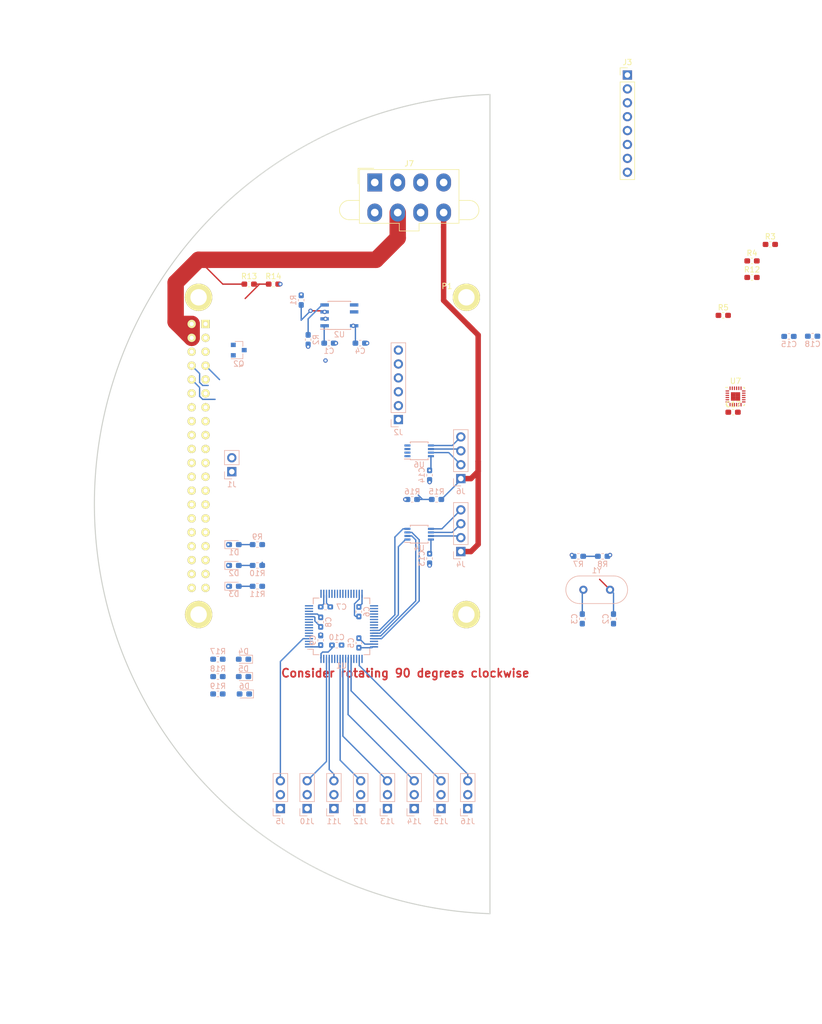
<source format=kicad_pcb>
(kicad_pcb (version 20171130) (host pcbnew "(5.0.0)")
  (layers (0 F.Cu signal) (1 In1.Cu signal) (2 In2.Cu signal) (31 B.Cu signal) (34 B.Paste user) (35 F.Paste user) (36 B.SilkS user) (37 F.SilkS user) (38 B.Mask user) (39 F.Mask user) (44 Edge.Cuts user))
  (net 0 "")
  (net 1 GND)
  (net 2 +3V3)
  (net 3 "Net-(C1-Pad1)")
  (net 4 "Net-(C2-Pad1)")
  (net 5 "Net-(C3-Pad1)")
  (net 6 "Net-(C15-Pad1)")
  (net 7 "Net-(J1-Pad2)")
  (net 8 /SWCLK)
  (net 9 /SWDIO)
  (net 10 /NRST)
  (net 11 /JTDO)
  (net 12 +48V)
  (net 13 "Net-(J3-Pad2)")
  (net 14 "Net-(J3-Pad4)")
  (net 15 "Net-(J3-Pad6)")
  (net 16 "Net-(J3-Pad8)")
  (net 17 "Net-(J4-Pad3)")
  (net 18 "Net-(J4-Pad2)")
  (net 19 "Net-(J5-Pad2)")
  (net 20 "Net-(J6-Pad2)")
  (net 21 "Net-(J6-Pad3)")
  (net 22 "Net-(J10-Pad2)")
  (net 23 "Net-(J11-Pad2)")
  (net 24 "Net-(J12-Pad2)")
  (net 25 "Net-(J13-Pad2)")
  (net 26 "Net-(J14-Pad2)")
  (net 27 "Net-(J15-Pad2)")
  (net 28 "Net-(J16-Pad2)")
  (net 29 /STM_RESET)
  (net 30 /HIH_SCL)
  (net 31 /HIH_SDA)
  (net 32 /SWITCH_A)
  (net 33 /SWITCH_B)
  (net 34 /SWITCH_C)
  (net 35 /3.3V_MEASURE)
  (net 36 "Net-(R9-Pad1)")
  (net 37 "Net-(D1-Pad2)")
  (net 38 "Net-(R10-Pad2)")
  (net 39 "Net-(D2-Pad2)")
  (net 40 "Net-(D3-Pad2)")
  (net 41 "Net-(R11-Pad2)")
  (net 42 /SWITCH_D)
  (net 43 /5V_MEASURE)
  (net 44 +5V)
  (net 45 /48V_MEASURE)
  (net 46 "Net-(P1-Pad33)")
  (net 47 "Net-(D4-Pad2)")
  (net 48 "Net-(D5-Pad2)")
  (net 49 "Net-(P1-Pad35)")
  (net 50 "Net-(P1-Pad37)")
  (net 51 "Net-(D6-Pad2)")
  (net 52 /MISC_RE)
  (net 53 /MISC_DE)
  (net 54 /CURRENT_MEASURE)
  (net 55 /ODROID_RX)
  (net 56 /ODROID_TX)
  (net 57 "Net-(U1-Pad21)")
  (net 58 "Net-(U1-Pad22)")
  (net 59 "Net-(U1-Pad23)")
  (net 60 "Net-(U1-Pad25)")
  (net 61 "Net-(U1-Pad30)")
  (net 62 "Net-(U1-Pad39)")
  (net 63 /ICM_SDA)
  (net 64 /ICM_SCL)
  (net 65 /SENSOR_TX)
  (net 66 /SENSOR_RX)
  (net 67 /SENSOR_RE)
  (net 68 /SENSOR_DE)
  (net 69 /MISC_TX)
  (net 70 /MISC_RX)
  (net 71 /USART1_TX)
  (net 72 /USART1_RX)
  (net 73 "Net-(U1-Pad60)")
  (net 74 "Net-(U2-Pad5)")
  (net 75 "Net-(U2-Pad6)")
  (net 76 "Net-(P1-Pad1)")
  (net 77 "Net-(P1-Pad3)")
  (net 78 "Net-(P1-Pad5)")
  (net 79 "Net-(P1-Pad11)")
  (net 80 "Net-(P1-Pad12)")
  (net 81 "Net-(P1-Pad13)")
  (net 82 "Net-(P1-Pad15)")
  (net 83 "Net-(P1-Pad16)")
  (net 84 "Net-(P1-Pad17)")
  (net 85 "Net-(P1-Pad18)")
  (net 86 "Net-(P1-Pad19)")
  (net 87 "Net-(P1-Pad21)")
  (net 88 "Net-(P1-Pad22)")
  (net 89 "Net-(P1-Pad23)")
  (net 90 "Net-(P1-Pad24)")
  (net 91 "Net-(P1-Pad26)")
  (net 92 "Net-(P1-Pad27)")
  (net 93 "Net-(P1-Pad28)")
  (net 94 "Net-(P1-Pad29)")
  (net 95 "Net-(P1-Pad31)")
  (net 96 "Net-(P1-Pad32)")
  (net 97 "Net-(P1-Pad36)")
  (net 98 "Net-(P1-Pad38)")
  (net 99 "Net-(P1-Pad40)")
  (net 100 "Net-(U7-Pad7)")
  (net 101 "Net-(U7-Pad11)")
  (net 102 "Net-(U7-Pad12)")
  (net 103 "Net-(U7-Pad19)")
  (net 104 "Net-(U7-Pad21)")
  (net 105 +24V)
  (net 106 /MOTOR_1)
  (net 107 /MOTOR_2)
  (net 108 /MOTOR_3)
  (net 109 /MOTOR_4)
  (net 110 /MOTOR_5)
  (net 111 /MOTOR_6)
  (net 112 /MOTOR_7)
  (net 113 /MOTOR_8)
  (net 114 "Net-(U1-Pad29)")
  (net 115 "Net-(U1-Pad33)")
  (net 116 "Net-(U1-Pad34)")
  (net 117 "Net-(U1-Pad35)")
  (net 118 "Net-(U1-Pad36)")
  (net 119 "Net-(U1-Pad28)")
  (module Package_SO:TSSOP-8_3x3mm_P0.65mm (layer B.Cu) (at 90.17 84.455)
    (fp_text reference U6 (at 0 2.55) (layer B.SilkS) (effects (justify mirror)))
    (fp_text value ADM3061)
    (pad 8 smd rect (at 2.15 0.975) (size 1.1 0.4) (layers B.Cu B.Paste B.Mask) (net 2 +3V3))
    (pad 7 smd rect (at 2.15 0.325) (size 1.1 0.4) (layers B.Cu B.Paste B.Mask) (net 20 "Net-(J6-Pad2)"))
    (pad 6 smd rect (at 2.15 -0.325) (size 1.1 0.4) (layers B.Cu B.Paste B.Mask) (net 21 "Net-(J6-Pad3)"))
    (pad 5 smd rect (at 2.15 -0.975) (size 1.1 0.4) (layers B.Cu B.Paste B.Mask) (net 1 GND))
    (pad 4 smd rect (at -2.15 -0.975) (size 1.1 0.4) (layers B.Cu B.Paste B.Mask) (net 69 /MISC_TX))
    (pad 3 smd rect (at -2.15 -0.325) (size 1.1 0.4) (layers B.Cu B.Paste B.Mask) (net 53 /MISC_DE))
    (pad 2 smd rect (at -2.15 0.325) (size 1.1 0.4) (layers B.Cu B.Paste B.Mask) (net 52 /MISC_RE))
    (pad 1 smd rect (at -2.15 0.975) (size 1.1 0.4) (layers B.Cu B.Paste B.Mask) (net 70 /MISC_RX))
  )
  (module Capacitor_SMD:C_0603_1608Metric_Pad1.05x0.95mm_HandSolder (layer B.Cu) (at 72.148109 119.099942 270)
    (fp_text reference C9 (at 0 1.43 270) (layer B.SilkS) (effects (justify mirror)))
    (fp_text value 100nF)
    (pad 1 smd roundrect (at -0.875 0 270) (size 1.05 0.95) (layers B.Cu B.Paste B.Mask) (net 1 GND))
    (pad 2 smd roundrect (at 0.875 0 270) (size 1.05 0.95) (layers B.Cu B.Paste B.Mask) (net 2 +3V3))
  )
  (module Capacitor_SMD:C_0603_1608Metric_Pad1.05x0.95mm_HandSolder (layer B.Cu) (at 79.133109 119.579942 270)
    (fp_text reference C5 (at 0 1.43 270) (layer B.SilkS) (effects (justify mirror)))
    (fp_text value 100nF)
    (pad 1 smd roundrect (at -0.875 0 270) (size 1.05 0.95) (layers B.Cu B.Paste B.Mask) (net 1 GND))
    (pad 2 smd roundrect (at 0.875 0 270) (size 1.05 0.95) (layers B.Cu B.Paste B.Mask) (net 2 +3V3))
  )
  (module Capacitor_SMD:C_0603_1608Metric_Pad1.05x0.95mm_HandSolder (layer B.Cu) (at 79.133109 113.864942 90)
    (fp_text reference C6 (at 0 1.43 90) (layer B.SilkS) (effects (justify mirror)))
    (fp_text value 100nF)
    (pad 2 smd roundrect (at 0.875 0 90) (size 1.05 0.95) (layers B.Cu B.Paste B.Mask) (net 2 +3V3))
    (pad 1 smd roundrect (at -0.875 0 90) (size 1.05 0.95) (layers B.Cu B.Paste B.Mask) (net 1 GND))
  )
  (module Capacitor_SMD:C_0603_1608Metric_Pad1.05x0.95mm_HandSolder (layer B.Cu) (at 73.023109 112.989942)
    (fp_text reference C7 (at 2.935 0) (layer B.SilkS) (effects (justify mirror)))
    (fp_text value 100nF)
    (pad 1 smd roundrect (at -0.875 0) (size 1.05 0.95) (layers B.Cu B.Paste B.Mask) (net 1 GND))
    (pad 2 smd roundrect (at 0.875 0) (size 1.05 0.95) (layers B.Cu B.Paste B.Mask) (net 2 +3V3))
  )
  (module Capacitor_SMD:C_0603_1608Metric_Pad1.05x0.95mm_HandSolder (layer B.Cu) (at 72.148109 115.769942 90)
    (fp_text reference C8 (at 0 1.43 90) (layer B.SilkS) (effects (justify mirror)))
    (fp_text value 100nF)
    (pad 2 smd roundrect (at 0.875 0 90) (size 1.05 0.95) (layers B.Cu B.Paste B.Mask) (net 2 +3V3))
    (pad 1 smd roundrect (at -0.875 0 90) (size 1.05 0.95) (layers B.Cu B.Paste B.Mask) (net 1 GND))
  )
  (module Capacitor_SMD:C_0603_1608Metric_Pad1.05x0.95mm_HandSolder (layer B.Cu) (at 75.083109 119.974942 180)
    (fp_text reference C10 (at 0 1.43 180) (layer B.SilkS) (effects (justify mirror)))
    (fp_text value 100nF)
    (pad 1 smd roundrect (at -0.875 0 180) (size 1.05 0.95) (layers B.Cu B.Paste B.Mask) (net 1 GND))
    (pad 2 smd roundrect (at 0.875 0 180) (size 1.05 0.95) (layers B.Cu B.Paste B.Mask) (net 2 +3V3))
  )
  (module Capacitor_SMD:C_0603_1608Metric_Pad1.05x0.95mm_HandSolder (layer B.Cu) (at 92.075 104.14 270)
    (fp_text reference C13 (at 0 1.43 270) (layer B.SilkS) (effects (justify mirror)))
    (fp_text value 1uF)
    (pad 1 smd roundrect (at -0.875 0 270) (size 1.05 0.95) (layers B.Cu B.Paste B.Mask) (net 2 +3V3))
    (pad 2 smd roundrect (at 0.875 0 270) (size 1.05 0.95) (layers B.Cu B.Paste B.Mask) (net 1 GND))
  )
  (module Capacitor_SMD:C_0603_1608Metric_Pad1.05x0.95mm_HandSolder (layer B.Cu) (at 92.075 88.9 270)
    (fp_text reference C14 (at 0 1.43 270) (layer B.SilkS) (effects (justify mirror)))
    (fp_text value 1uF)
    (pad 2 smd roundrect (at 0.875 0 270) (size 1.05 0.95) (layers B.Cu B.Paste B.Mask) (net 1 GND))
    (pad 1 smd roundrect (at -0.875 0 270) (size 1.05 0.95) (layers B.Cu B.Paste B.Mask) (net 2 +3V3))
  )
  (module Connector_PinHeader_2.54mm:PinHeader_1x02_P2.54mm_Vertical (layer B.Cu) (at 55.88 88.265)
    (fp_text reference J1 (at 0 2.33) (layer B.SilkS) (effects (justify mirror)))
    (fp_text value analog_extra)
    (pad 1 thru_hole rect (at 0 0) (size 1.7 1.7) (drill 1) (layers *.Cu *.Mask) (net 1 GND))
    (pad 2 thru_hole oval (at 0 -2.54) (size 1.7 1.7) (drill 1) (layers *.Cu *.Mask) (net 7 "Net-(J1-Pad2)"))
  )
  (module Connector_PinHeader_2.54mm:PinHeader_1x06_P2.54mm_Vertical (layer B.Cu) (at 86.36 78.74)
    (fp_text reference J2 (at 0 2.33) (layer B.SilkS) (effects (justify mirror)))
    (fp_text value Programming_Header)
    (pad 1 thru_hole rect (at 0 0) (size 1.7 1.7) (drill 1) (layers *.Cu *.Mask) (net 2 +3V3))
    (pad 2 thru_hole oval (at 0 -2.54) (size 1.7 1.7) (drill 1) (layers *.Cu *.Mask) (net 8 /SWCLK))
    (pad 3 thru_hole oval (at 0 -5.08) (size 1.7 1.7) (drill 1) (layers *.Cu *.Mask) (net 1 GND))
    (pad 4 thru_hole oval (at 0 -7.62) (size 1.7 1.7) (drill 1) (layers *.Cu *.Mask) (net 9 /SWDIO))
    (pad 5 thru_hole oval (at 0 -10.16) (size 1.7 1.7) (drill 1) (layers *.Cu *.Mask) (net 10 /NRST))
    (pad 6 thru_hole oval (at 0 -12.7) (size 1.7 1.7) (drill 1) (layers *.Cu *.Mask) (net 11 /JTDO))
  )
  (module Connector_PinHeader_2.54mm:PinHeader_1x08_P2.54mm_Vertical (layer F.Cu) (at 128.27 15.748)
    (fp_text reference J3 (at 0 -2.33) (layer F.SilkS))
    (fp_text value Conn_01x08)
    (pad 1 thru_hole rect (at 0 0) (size 1.7 1.7) (drill 1) (layers *.Cu *.Mask) (net 12 +48V))
    (pad 2 thru_hole oval (at 0 2.54) (size 1.7 1.7) (drill 1) (layers *.Cu *.Mask) (net 13 "Net-(J3-Pad2)"))
    (pad 3 thru_hole oval (at 0 5.08) (size 1.7 1.7) (drill 1) (layers *.Cu *.Mask) (net 12 +48V))
    (pad 4 thru_hole oval (at 0 7.62) (size 1.7 1.7) (drill 1) (layers *.Cu *.Mask) (net 14 "Net-(J3-Pad4)"))
    (pad 5 thru_hole oval (at 0 10.16) (size 1.7 1.7) (drill 1) (layers *.Cu *.Mask) (net 12 +48V))
    (pad 6 thru_hole oval (at 0 12.7) (size 1.7 1.7) (drill 1) (layers *.Cu *.Mask) (net 15 "Net-(J3-Pad6)"))
    (pad 7 thru_hole oval (at 0 15.24) (size 1.7 1.7) (drill 1) (layers *.Cu *.Mask) (net 12 +48V))
    (pad 8 thru_hole oval (at 0 17.78) (size 1.7 1.7) (drill 1) (layers *.Cu *.Mask) (net 16 "Net-(J3-Pad8)"))
  )
  (module Connector_PinHeader_2.54mm:PinHeader_1x04_P2.54mm_Vertical (layer B.Cu) (at 97.79 102.87)
    (fp_text reference J4 (at 0 2.33) (layer B.SilkS) (effects (justify mirror)))
    (fp_text value datamate_sensors)
    (pad 4 thru_hole oval (at 0 -7.62) (size 1.7 1.7) (drill 1) (layers *.Cu *.Mask) (net 1 GND))
    (pad 3 thru_hole oval (at 0 -5.08) (size 1.7 1.7) (drill 1) (layers *.Cu *.Mask) (net 17 "Net-(J4-Pad3)"))
    (pad 2 thru_hole oval (at 0 -2.54) (size 1.7 1.7) (drill 1) (layers *.Cu *.Mask) (net 18 "Net-(J4-Pad2)"))
    (pad 1 thru_hole rect (at 0 0) (size 1.7 1.7) (drill 1) (layers *.Cu *.Mask) (net 12 +48V))
  )
  (module Connector_PinHeader_2.54mm:PinHeader_1x03_P2.54mm_Vertical (layer B.Cu) (at 64.77 149.86)
    (fp_text reference J5 (at 0 2.33) (layer B.SilkS) (effects (justify mirror)))
    (fp_text value Motor_1)
    (pad 1 thru_hole rect (at 0 0) (size 1.7 1.7) (drill 1) (layers *.Cu *.Mask) (net 1 GND))
    (pad 2 thru_hole oval (at 0 -2.54) (size 1.7 1.7) (drill 1) (layers *.Cu *.Mask) (net 19 "Net-(J5-Pad2)"))
    (pad 3 thru_hole oval (at 0 -5.08) (size 1.7 1.7) (drill 1) (layers *.Cu *.Mask) (net 106 /MOTOR_1))
  )
  (module Connector_PinHeader_2.54mm:PinHeader_1x04_P2.54mm_Vertical (layer B.Cu) (at 97.79 89.535)
    (fp_text reference J6 (at 0 2.33) (layer B.SilkS) (effects (justify mirror)))
    (fp_text value datamate_misc)
    (pad 1 thru_hole rect (at 0 0) (size 1.7 1.7) (drill 1) (layers *.Cu *.Mask) (net 12 +48V))
    (pad 2 thru_hole oval (at 0 -2.54) (size 1.7 1.7) (drill 1) (layers *.Cu *.Mask) (net 20 "Net-(J6-Pad2)"))
    (pad 3 thru_hole oval (at 0 -5.08) (size 1.7 1.7) (drill 1) (layers *.Cu *.Mask) (net 21 "Net-(J6-Pad3)"))
    (pad 4 thru_hole oval (at 0 -7.62) (size 1.7 1.7) (drill 1) (layers *.Cu *.Mask) (net 1 GND))
  )
  (module Connector_PinHeader_2.54mm:PinHeader_1x03_P2.54mm_Vertical (layer B.Cu) (at 69.668571 149.86)
    (fp_text reference J10 (at 0 2.33) (layer B.SilkS) (effects (justify mirror)))
    (fp_text value Motor_2)
    (pad 3 thru_hole oval (at 0 -5.08) (size 1.7 1.7) (drill 1) (layers *.Cu *.Mask) (net 107 /MOTOR_2))
    (pad 2 thru_hole oval (at 0 -2.54) (size 1.7 1.7) (drill 1) (layers *.Cu *.Mask) (net 22 "Net-(J10-Pad2)"))
    (pad 1 thru_hole rect (at 0 0) (size 1.7 1.7) (drill 1) (layers *.Cu *.Mask) (net 1 GND))
  )
  (module Connector_PinHeader_2.54mm:PinHeader_1x03_P2.54mm_Vertical (layer B.Cu) (at 74.567142 149.86)
    (fp_text reference J11 (at 0 2.33) (layer B.SilkS) (effects (justify mirror)))
    (fp_text value Motor_3)
    (pad 3 thru_hole oval (at 0 -5.08) (size 1.7 1.7) (drill 1) (layers *.Cu *.Mask) (net 108 /MOTOR_3))
    (pad 2 thru_hole oval (at 0 -2.54) (size 1.7 1.7) (drill 1) (layers *.Cu *.Mask) (net 23 "Net-(J11-Pad2)"))
    (pad 1 thru_hole rect (at 0 0) (size 1.7 1.7) (drill 1) (layers *.Cu *.Mask) (net 1 GND))
  )
  (module Connector_PinHeader_2.54mm:PinHeader_1x03_P2.54mm_Vertical (layer B.Cu) (at 79.465713 149.86)
    (fp_text reference J12 (at 0 2.33) (layer B.SilkS) (effects (justify mirror)))
    (fp_text value Motor_4)
    (pad 1 thru_hole rect (at 0 0) (size 1.7 1.7) (drill 1) (layers *.Cu *.Mask) (net 1 GND))
    (pad 2 thru_hole oval (at 0 -2.54) (size 1.7 1.7) (drill 1) (layers *.Cu *.Mask) (net 24 "Net-(J12-Pad2)"))
    (pad 3 thru_hole oval (at 0 -5.08) (size 1.7 1.7) (drill 1) (layers *.Cu *.Mask) (net 109 /MOTOR_4))
  )
  (module Connector_PinHeader_2.54mm:PinHeader_1x03_P2.54mm_Vertical (layer B.Cu) (at 84.364284 149.86)
    (fp_text reference J13 (at 0 2.33) (layer B.SilkS) (effects (justify mirror)))
    (fp_text value Motor_5)
    (pad 3 thru_hole oval (at 0 -5.08) (size 1.7 1.7) (drill 1) (layers *.Cu *.Mask) (net 110 /MOTOR_5))
    (pad 2 thru_hole oval (at 0 -2.54) (size 1.7 1.7) (drill 1) (layers *.Cu *.Mask) (net 25 "Net-(J13-Pad2)"))
    (pad 1 thru_hole rect (at 0 0) (size 1.7 1.7) (drill 1) (layers *.Cu *.Mask) (net 1 GND))
  )
  (module Connector_PinHeader_2.54mm:PinHeader_1x03_P2.54mm_Vertical (layer B.Cu) (at 89.262855 149.86)
    (fp_text reference J14 (at 0 2.33) (layer B.SilkS) (effects (justify mirror)))
    (fp_text value Motor_6)
    (pad 1 thru_hole rect (at 0 0) (size 1.7 1.7) (drill 1) (layers *.Cu *.Mask) (net 1 GND))
    (pad 2 thru_hole oval (at 0 -2.54) (size 1.7 1.7) (drill 1) (layers *.Cu *.Mask) (net 26 "Net-(J14-Pad2)"))
    (pad 3 thru_hole oval (at 0 -5.08) (size 1.7 1.7) (drill 1) (layers *.Cu *.Mask) (net 111 /MOTOR_6))
  )
  (module Connector_PinHeader_2.54mm:PinHeader_1x03_P2.54mm_Vertical (layer B.Cu) (at 94.161426 149.86)
    (fp_text reference J15 (at 0 2.33) (layer B.SilkS) (effects (justify mirror)))
    (fp_text value Motor_7)
    (pad 3 thru_hole oval (at 0 -5.08) (size 1.7 1.7) (drill 1) (layers *.Cu *.Mask) (net 112 /MOTOR_7))
    (pad 2 thru_hole oval (at 0 -2.54) (size 1.7 1.7) (drill 1) (layers *.Cu *.Mask) (net 27 "Net-(J15-Pad2)"))
    (pad 1 thru_hole rect (at 0 0) (size 1.7 1.7) (drill 1) (layers *.Cu *.Mask) (net 1 GND))
  )
  (module Connector_PinHeader_2.54mm:PinHeader_1x03_P2.54mm_Vertical (layer B.Cu) (at 99.06 149.86)
    (fp_text reference J16 (at 0 2.33) (layer B.SilkS) (effects (justify mirror)))
    (fp_text value Motor_8)
    (pad 1 thru_hole rect (at 0 0) (size 1.7 1.7) (drill 1) (layers *.Cu *.Mask) (net 1 GND))
    (pad 2 thru_hole oval (at 0 -2.54) (size 1.7 1.7) (drill 1) (layers *.Cu *.Mask) (net 28 "Net-(J16-Pad2)"))
    (pad 3 thru_hole oval (at 0 -5.08) (size 1.7 1.7) (drill 1) (layers *.Cu *.Mask) (net 113 /MOTOR_8))
  )
  (module Package_TO_SOT_SMD:SOT-23 (layer B.Cu) (at 57.15 66.04)
    (fp_text reference Q2 (at 0 2.5) (layer B.SilkS) (effects (justify mirror)))
    (fp_text value DTC114E)
    (pad 1 smd rect (at -1 0.95) (size 0.9 0.8) (layers B.Cu B.Paste B.Mask) (net 29 /STM_RESET))
    (pad 2 smd rect (at -1 -0.95) (size 0.9 0.8) (layers B.Cu B.Paste B.Mask) (net 1 GND))
    (pad 3 smd rect (at 1 0) (size 0.9 0.8) (layers B.Cu B.Paste B.Mask) (net 10 /NRST))
  )
  (module Package_SO:SOIC-8-N7_3.9x4.9mm_P1.27mm (layer B.Cu) (at 75.565 59.69)
    (fp_text reference U2 (at 0 3.5) (layer B.SilkS) (effects (justify mirror)))
    (fp_text value HIH6031)
    (pad 1 smd rect (at -2.7 1.905) (size 1.55 0.6) (layers B.Cu B.Paste B.Mask) (net 3 "Net-(C1-Pad1)"))
    (pad 2 smd rect (at -2.7 0.635) (size 1.55 0.6) (layers B.Cu B.Paste B.Mask) (net 1 GND))
    (pad 3 smd rect (at -2.7 -0.635) (size 1.55 0.6) (layers B.Cu B.Paste B.Mask) (net 30 /HIH_SCL))
    (pad 4 smd rect (at -2.7 -1.905) (size 1.55 0.6) (layers B.Cu B.Paste B.Mask) (net 31 /HIH_SDA))
    (pad 5 smd rect (at 2.7 -1.905) (size 1.55 0.6) (layers B.Cu B.Paste B.Mask) (net 74 "Net-(U2-Pad5)"))
    (pad 6 smd rect (at 2.7 -0.635) (size 1.55 0.6) (layers B.Cu B.Paste B.Mask) (net 75 "Net-(U2-Pad6)"))
    (pad 8 smd rect (at 2.7 1.905) (size 1.55 0.6) (layers B.Cu B.Paste B.Mask) (net 2 +3V3))
  )
  (module Package_SO:TSSOP-8_3x3mm_P0.65mm (layer B.Cu) (at 90.17 99.695)
    (fp_text reference U4 (at 0 2.55) (layer B.SilkS) (effects (justify mirror)))
    (fp_text value ADM3061)
    (pad 1 smd rect (at -2.15 0.975) (size 1.1 0.4) (layers B.Cu B.Paste B.Mask) (net 66 /SENSOR_RX))
    (pad 2 smd rect (at -2.15 0.325) (size 1.1 0.4) (layers B.Cu B.Paste B.Mask) (net 67 /SENSOR_RE))
    (pad 3 smd rect (at -2.15 -0.325) (size 1.1 0.4) (layers B.Cu B.Paste B.Mask) (net 68 /SENSOR_DE))
    (pad 4 smd rect (at -2.15 -0.975) (size 1.1 0.4) (layers B.Cu B.Paste B.Mask) (net 65 /SENSOR_TX))
    (pad 5 smd rect (at 2.15 -0.975) (size 1.1 0.4) (layers B.Cu B.Paste B.Mask) (net 1 GND))
    (pad 6 smd rect (at 2.15 -0.325) (size 1.1 0.4) (layers B.Cu B.Paste B.Mask) (net 17 "Net-(J4-Pad3)"))
    (pad 7 smd rect (at 2.15 0.325) (size 1.1 0.4) (layers B.Cu B.Paste B.Mask) (net 18 "Net-(J4-Pad2)"))
    (pad 8 smd rect (at 2.15 0.975) (size 1.1 0.4) (layers B.Cu B.Paste B.Mask) (net 2 +3V3))
  )
  (module footprints:ODROID-C2 (layer F.Cu) (at 98.806 56.388 270)
    (fp_text reference P1 (at -2.032 3.556) (layer F.SilkS))
    (fp_text value ODROID-C2)
    (pad "" thru_hole circle (at 58 0 90) (size 5 5) (drill 3) (layers *.Cu *.Mask F.SilkS))
    (pad "" thru_hole circle (at 0 0 90) (size 5 5) (drill 3) (layers *.Cu *.Mask F.SilkS))
    (pad "" thru_hole circle (at 0 49 90) (size 5 5) (drill 3) (layers *.Cu *.Mask F.SilkS))
    (pad "" thru_hole circle (at 58 49 90) (size 5 5) (drill 3) (layers *.Cu *.Mask F.SilkS))
    (pad 1 thru_hole rect (at 4.87 47.73 90) (size 1.524 1.524) (drill 0.762) (layers *.Cu *.Mask F.SilkS) (net 76 "Net-(P1-Pad1)"))
    (pad 2 thru_hole circle (at 4.87 50.27 90) (size 1.524 1.524) (drill 0.762) (layers *.Cu *.Mask F.SilkS) (net 44 +5V))
    (pad 3 thru_hole circle (at 7.41 47.73 90) (size 1.524 1.524) (drill 0.762) (layers *.Cu *.Mask F.SilkS) (net 77 "Net-(P1-Pad3)"))
    (pad 4 thru_hole circle (at 7.41 50.27 90) (size 1.524 1.524) (drill 0.762) (layers *.Cu *.Mask F.SilkS) (net 44 +5V))
    (pad 5 thru_hole circle (at 9.95 47.73 90) (size 1.524 1.524) (drill 0.762) (layers *.Cu *.Mask F.SilkS) (net 78 "Net-(P1-Pad5)"))
    (pad 6 thru_hole circle (at 9.95 50.27 90) (size 1.524 1.524) (drill 0.762) (layers *.Cu *.Mask F.SilkS) (net 1 GND))
    (pad 7 thru_hole circle (at 12.49 47.73 90) (size 1.524 1.524) (drill 0.762) (layers *.Cu *.Mask F.SilkS) (net 29 /STM_RESET))
    (pad 8 thru_hole circle (at 12.49 50.27 90) (size 1.524 1.524) (drill 0.762) (layers *.Cu *.Mask F.SilkS) (net 56 /ODROID_TX))
    (pad 9 thru_hole circle (at 15.03 47.73 90) (size 1.524 1.524) (drill 0.762) (layers *.Cu *.Mask F.SilkS) (net 1 GND))
    (pad 10 thru_hole circle (at 15.03 50.27 90) (size 1.524 1.524) (drill 0.762) (layers *.Cu *.Mask F.SilkS) (net 55 /ODROID_RX))
    (pad 11 thru_hole circle (at 17.57 47.73 90) (size 1.524 1.524) (drill 0.762) (layers *.Cu *.Mask F.SilkS) (net 79 "Net-(P1-Pad11)"))
    (pad 12 thru_hole circle (at 17.57 50.27 90) (size 1.524 1.524) (drill 0.762) (layers *.Cu *.Mask F.SilkS) (net 80 "Net-(P1-Pad12)"))
    (pad 13 thru_hole circle (at 20.11 47.73 90) (size 1.524 1.524) (drill 0.762) (layers *.Cu *.Mask F.SilkS) (net 81 "Net-(P1-Pad13)"))
    (pad 14 thru_hole circle (at 20.11 50.27 90) (size 1.524 1.524) (drill 0.762) (layers *.Cu *.Mask F.SilkS) (net 1 GND))
    (pad 15 thru_hole circle (at 22.65 47.73 90) (size 1.524 1.524) (drill 0.762) (layers *.Cu *.Mask F.SilkS) (net 82 "Net-(P1-Pad15)"))
    (pad 16 thru_hole circle (at 22.65 50.27 90) (size 1.524 1.524) (drill 0.762) (layers *.Cu *.Mask F.SilkS) (net 83 "Net-(P1-Pad16)"))
    (pad 17 thru_hole circle (at 25.19 47.73 90) (size 1.524 1.524) (drill 0.762) (layers *.Cu *.Mask F.SilkS) (net 84 "Net-(P1-Pad17)"))
    (pad 18 thru_hole circle (at 25.19 50.27 90) (size 1.524 1.524) (drill 0.762) (layers *.Cu *.Mask F.SilkS) (net 85 "Net-(P1-Pad18)"))
    (pad 19 thru_hole circle (at 27.73 47.73 90) (size 1.524 1.524) (drill 0.762) (layers *.Cu *.Mask F.SilkS) (net 86 "Net-(P1-Pad19)"))
    (pad 20 thru_hole circle (at 27.73 50.27 90) (size 1.524 1.524) (drill 0.762) (layers *.Cu *.Mask F.SilkS) (net 1 GND))
    (pad 21 thru_hole circle (at 30.27 47.73 90) (size 1.524 1.524) (drill 0.762) (layers *.Cu *.Mask F.SilkS) (net 87 "Net-(P1-Pad21)"))
    (pad 22 thru_hole circle (at 30.27 50.27 90) (size 1.524 1.524) (drill 0.762) (layers *.Cu *.Mask F.SilkS) (net 88 "Net-(P1-Pad22)"))
    (pad 23 thru_hole circle (at 32.81 47.73 90) (size 1.524 1.524) (drill 0.762) (layers *.Cu *.Mask F.SilkS) (net 89 "Net-(P1-Pad23)"))
    (pad 24 thru_hole circle (at 32.81 50.27 90) (size 1.524 1.524) (drill 0.762) (layers *.Cu *.Mask F.SilkS) (net 90 "Net-(P1-Pad24)"))
    (pad 25 thru_hole circle (at 35.35 47.73 90) (size 1.524 1.524) (drill 0.762) (layers *.Cu *.Mask F.SilkS) (net 1 GND))
    (pad 26 thru_hole circle (at 35.35 50.27 90) (size 1.524 1.524) (drill 0.762) (layers *.Cu *.Mask F.SilkS) (net 91 "Net-(P1-Pad26)"))
    (pad 27 thru_hole circle (at 37.89 47.73 90) (size 1.524 1.524) (drill 0.762) (layers *.Cu *.Mask F.SilkS) (net 92 "Net-(P1-Pad27)"))
    (pad 28 thru_hole circle (at 37.89 50.27 90) (size 1.524 1.524) (drill 0.762) (layers *.Cu *.Mask F.SilkS) (net 93 "Net-(P1-Pad28)"))
    (pad 29 thru_hole circle (at 40.43 47.73 90) (size 1.524 1.524) (drill 0.762) (layers *.Cu *.Mask F.SilkS) (net 94 "Net-(P1-Pad29)"))
    (pad 30 thru_hole circle (at 40.43 50.27 90) (size 1.524 1.524) (drill 0.762) (layers *.Cu *.Mask F.SilkS) (net 1 GND))
    (pad 31 thru_hole circle (at 42.97 47.73 90) (size 1.524 1.524) (drill 0.762) (layers *.Cu *.Mask F.SilkS) (net 95 "Net-(P1-Pad31)"))
    (pad 32 thru_hole circle (at 42.97 50.27 90) (size 1.524 1.524) (drill 0.762) (layers *.Cu *.Mask F.SilkS) (net 96 "Net-(P1-Pad32)"))
    (pad 33 thru_hole circle (at 45.51 47.73 90) (size 1.524 1.524) (drill 0.762) (layers *.Cu *.Mask F.SilkS) (net 46 "Net-(P1-Pad33)"))
    (pad 34 thru_hole circle (at 45.51 50.27 90) (size 1.524 1.524) (drill 0.762) (layers *.Cu *.Mask F.SilkS) (net 1 GND))
    (pad 35 thru_hole circle (at 48.05 47.73 90) (size 1.524 1.524) (drill 0.762) (layers *.Cu *.Mask F.SilkS) (net 49 "Net-(P1-Pad35)"))
    (pad 36 thru_hole circle (at 48.05 50.27 90) (size 1.524 1.524) (drill 0.762) (layers *.Cu *.Mask F.SilkS) (net 97 "Net-(P1-Pad36)"))
    (pad 37 thru_hole circle (at 50.59 47.73 90) (size 1.524 1.524) (drill 0.762) (layers *.Cu *.Mask F.SilkS) (net 50 "Net-(P1-Pad37)"))
    (pad 38 thru_hole circle (at 50.59 50.27 90) (size 1.524 1.524) (drill 0.762) (layers *.Cu *.Mask F.SilkS) (net 98 "Net-(P1-Pad38)"))
    (pad 39 thru_hole circle (at 53.13 47.73 90) (size 1.524 1.524) (drill 0.762) (layers *.Cu *.Mask F.SilkS) (net 1 GND))
    (pad 40 thru_hole circle (at 53.13 50.27 90) (size 1.524 1.524) (drill 0.762) (layers *.Cu *.Mask F.SilkS) (net 99 "Net-(P1-Pad40)"))
  )
  (module Connector_Molex:Molex_Mini-Fit_Jr_5566-08A2_2x04_P4.20mm_Vertical (layer F.Cu) (at 82.042 35.394)
    (fp_text reference J7 (at 6.3 -3.45) (layer F.SilkS))
    (fp_text value Power_Connector)
    (pad 1 thru_hole rect (at 0 0) (size 2.7 3.3) (drill 1.4) (layers *.Cu *.Mask) (net 1 GND))
    (pad 2 thru_hole oval (at 4.2 0) (size 2.7 3.3) (drill 1.4) (layers *.Cu *.Mask) (net 1 GND))
    (pad 3 thru_hole oval (at 8.4 0) (size 2.7 3.3) (drill 1.4) (layers *.Cu *.Mask) (net 1 GND))
    (pad 4 thru_hole oval (at 12.6 0) (size 2.7 3.3) (drill 1.4) (layers *.Cu *.Mask) (net 1 GND))
    (pad 5 thru_hole oval (at 0 5.5) (size 2.7 3.3) (drill 1.4) (layers *.Cu *.Mask) (net 2 +3V3))
    (pad 6 thru_hole oval (at 4.2 5.5) (size 2.7 3.3) (drill 1.4) (layers *.Cu *.Mask) (net 44 +5V))
    (pad 7 thru_hole oval (at 8.4 5.5) (size 2.7 3.3) (drill 1.4) (layers *.Cu *.Mask) (net 105 +24V))
    (pad 8 thru_hole oval (at 12.6 5.5) (size 2.7 3.3) (drill 1.4) (layers *.Cu *.Mask) (net 12 +48V))
    (pad "" np_thru_hole circle (at -4.7 5.04) (size 3 3) (drill 3) (layers *.Cu *.Mask))
    (pad "" np_thru_hole circle (at 17.3 5.04) (size 3 3) (drill 3) (layers *.Cu *.Mask))
  )
  (module Capacitor_SMD:C_0603_1608Metric_Pad1.05x0.95mm_HandSolder (layer B.Cu) (at 73.66 64.77)
    (fp_text reference C1 (at 0 1.43) (layer B.SilkS) (effects (justify mirror)))
    (fp_text value 0.1uF)
    (pad 1 smd roundrect (at -0.875 0) (size 1.05 0.95) (layers B.Cu B.Paste B.Mask) (net 3 "Net-(C1-Pad1)"))
    (pad 2 smd roundrect (at 0.875 0) (size 1.05 0.95) (layers B.Cu B.Paste B.Mask) (net 1 GND))
  )
  (module Capacitor_SMD:C_0603_1608Metric_Pad1.05x0.95mm_HandSolder (layer B.Cu) (at 125.73 115.175 270)
    (fp_text reference C2 (at 0 1.43 270) (layer B.SilkS) (effects (justify mirror)))
    (fp_text value 30pF)
    (pad 1 smd roundrect (at -0.875 0 270) (size 1.05 0.95) (layers B.Cu B.Paste B.Mask) (net 4 "Net-(C2-Pad1)"))
    (pad 2 smd roundrect (at 0.875 0 270) (size 1.05 0.95) (layers B.Cu B.Paste B.Mask) (net 1 GND))
  )
  (module Capacitor_SMD:C_0603_1608Metric_Pad1.05x0.95mm_HandSolder (layer B.Cu) (at 120.015 115.175 270)
    (fp_text reference C3 (at 0 1.43 270) (layer B.SilkS) (effects (justify mirror)))
    (fp_text value 30pF)
    (pad 2 smd roundrect (at 0.875 0 270) (size 1.05 0.95) (layers B.Cu B.Paste B.Mask) (net 1 GND))
    (pad 1 smd roundrect (at -0.875 0 270) (size 1.05 0.95) (layers B.Cu B.Paste B.Mask) (net 5 "Net-(C3-Pad1)"))
  )
  (module Capacitor_SMD:C_0603_1608Metric_Pad1.05x0.95mm_HandSolder (layer B.Cu) (at 79.375 64.77)
    (fp_text reference C4 (at 0 1.43) (layer B.SilkS) (effects (justify mirror)))
    (fp_text value 1uF)
    (pad 2 smd roundrect (at 0.875 0) (size 1.05 0.95) (layers B.Cu B.Paste B.Mask) (net 1 GND))
    (pad 1 smd roundrect (at -0.875 0) (size 1.05 0.95) (layers B.Cu B.Paste B.Mask) (net 2 +3V3))
  )
  (module Resistor_SMD:R_0603_1608Metric_Pad1.05x0.95mm_HandSolder (layer B.Cu) (at 68.58 56.91 270)
    (fp_text reference R1 (at 0 1.43 270) (layer B.SilkS) (effects (justify mirror)))
    (fp_text value 4.7k)
    (pad 1 smd roundrect (at -0.875 0 270) (size 1.05 0.95) (layers B.Cu B.Paste B.Mask) (net 2 +3V3))
    (pad 2 smd roundrect (at 0.875 0 270) (size 1.05 0.95) (layers B.Cu B.Paste B.Mask) (net 30 /HIH_SCL))
  )
  (module Resistor_SMD:R_0603_1608Metric_Pad1.05x0.95mm_HandSolder (layer B.Cu) (at 69.85 64.135 90)
    (fp_text reference R2 (at 0 1.43 90) (layer B.SilkS) (effects (justify mirror)))
    (fp_text value 4.7k)
    (pad 2 smd roundrect (at 0.875 0 90) (size 1.05 0.95) (layers B.Cu B.Paste B.Mask) (net 31 /HIH_SDA))
    (pad 1 smd roundrect (at -0.875 0 90) (size 1.05 0.95) (layers B.Cu B.Paste B.Mask) (net 2 +3V3))
  )
  (module Resistor_SMD:R_0603_1608Metric_Pad1.05x0.95mm_HandSolder (layer F.Cu) (at 154.425001 46.715001)
    (fp_text reference R3 (at 0 -1.43) (layer F.SilkS))
    (fp_text value 10k)
    (pad 1 smd roundrect (at -0.875 0) (size 1.05 0.95) (layers F.Cu F.Paste F.Mask) (net 32 /SWITCH_A))
    (pad 2 smd roundrect (at 0.875 0) (size 1.05 0.95) (layers F.Cu F.Paste F.Mask) (net 1 GND))
  )
  (module Resistor_SMD:R_0603_1608Metric_Pad1.05x0.95mm_HandSolder (layer F.Cu) (at 151.075001 49.735001)
    (fp_text reference R4 (at 0 -1.43) (layer F.SilkS))
    (fp_text value 10k)
    (pad 2 smd roundrect (at 0.875 0) (size 1.05 0.95) (layers F.Cu F.Paste F.Mask) (net 1 GND))
    (pad 1 smd roundrect (at -0.875 0) (size 1.05 0.95) (layers F.Cu F.Paste F.Mask) (net 33 /SWITCH_B))
  )
  (module Resistor_SMD:R_0603_1608Metric_Pad1.05x0.95mm_HandSolder (layer F.Cu) (at 145.81 59.69)
    (fp_text reference R5 (at 0 -1.43) (layer F.SilkS))
    (fp_text value 10k)
    (pad 1 smd roundrect (at -0.875 0) (size 1.05 0.95) (layers F.Cu F.Paste F.Mask) (net 34 /SWITCH_C))
    (pad 2 smd roundrect (at 0.875 0) (size 1.05 0.95) (layers F.Cu F.Paste F.Mask) (net 1 GND))
  )
  (module Resistor_SMD:R_0603_1608Metric_Pad1.05x0.95mm_HandSolder (layer B.Cu) (at 119.299958 103.738329)
    (fp_text reference R7 (at 0 1.43) (layer B.SilkS) (effects (justify mirror)))
    (fp_text value 10k)
    (pad 1 smd roundrect (at -0.875 0) (size 1.05 0.95) (layers B.Cu B.Paste B.Mask) (net 2 +3V3))
    (pad 2 smd roundrect (at 0.875 0) (size 1.05 0.95) (layers B.Cu B.Paste B.Mask) (net 35 /3.3V_MEASURE))
  )
  (module Resistor_SMD:R_0603_1608Metric_Pad1.05x0.95mm_HandSolder (layer B.Cu) (at 123.744958 103.738329)
    (fp_text reference R8 (at 0 1.43) (layer B.SilkS) (effects (justify mirror)))
    (fp_text value 56k)
    (pad 2 smd roundrect (at 0.875 0) (size 1.05 0.95) (layers B.Cu B.Paste B.Mask) (net 1 GND))
    (pad 1 smd roundrect (at -0.875 0) (size 1.05 0.95) (layers B.Cu B.Paste B.Mask) (net 35 /3.3V_MEASURE))
  )
  (module Resistor_SMD:R_0603_1608Metric_Pad1.05x0.95mm_HandSolder (layer B.Cu) (at 60.565 101.6 180)
    (fp_text reference R9 (at 0 1.43 180) (layer B.SilkS) (effects (justify mirror)))
    (fp_text value R_Small)
    (pad 2 smd roundrect (at 0.875 0 180) (size 1.05 0.95) (layers B.Cu B.Paste B.Mask) (net 37 "Net-(D1-Pad2)"))
    (pad 1 smd roundrect (at -0.875 0 180) (size 1.05 0.95) (layers B.Cu B.Paste B.Mask) (net 36 "Net-(R9-Pad1)"))
  )
  (module Resistor_SMD:R_0603_1608Metric_Pad1.05x0.95mm_HandSolder (layer B.Cu) (at 60.565 105.41)
    (fp_text reference R10 (at 0 1.43) (layer B.SilkS) (effects (justify mirror)))
    (fp_text value R_Small)
    (pad 1 smd roundrect (at -0.875 0) (size 1.05 0.95) (layers B.Cu B.Paste B.Mask) (net 39 "Net-(D2-Pad2)"))
    (pad 2 smd roundrect (at 0.875 0) (size 1.05 0.95) (layers B.Cu B.Paste B.Mask) (net 38 "Net-(R10-Pad2)"))
  )
  (module Resistor_SMD:R_0603_1608Metric_Pad1.05x0.95mm_HandSolder (layer B.Cu) (at 60.565 109.22)
    (fp_text reference R11 (at 0 1.43) (layer B.SilkS) (effects (justify mirror)))
    (fp_text value R_Small)
    (pad 2 smd roundrect (at 0.875 0) (size 1.05 0.95) (layers B.Cu B.Paste B.Mask) (net 41 "Net-(R11-Pad2)"))
    (pad 1 smd roundrect (at -0.875 0) (size 1.05 0.95) (layers B.Cu B.Paste B.Mask) (net 40 "Net-(D3-Pad2)"))
  )
  (module Resistor_SMD:R_0603_1608Metric_Pad1.05x0.95mm_HandSolder (layer F.Cu) (at 151.075001 52.755001)
    (fp_text reference R12 (at 0 -1.43) (layer F.SilkS))
    (fp_text value 10k)
    (pad 2 smd roundrect (at 0.875 0) (size 1.05 0.95) (layers F.Cu F.Paste F.Mask) (net 1 GND))
    (pad 1 smd roundrect (at -0.875 0) (size 1.05 0.95) (layers F.Cu F.Paste F.Mask) (net 42 /SWITCH_D))
  )
  (module Resistor_SMD:R_0603_1608Metric_Pad1.05x0.95mm_HandSolder (layer F.Cu) (at 59.055 53.975)
    (fp_text reference R13 (at 0 -1.43) (layer F.SilkS))
    (fp_text value 10k)
    (pad 1 smd roundrect (at -0.875 0) (size 1.05 0.95) (layers F.Cu F.Paste F.Mask) (net 44 +5V))
    (pad 2 smd roundrect (at 0.875 0) (size 1.05 0.95) (layers F.Cu F.Paste F.Mask) (net 43 /5V_MEASURE))
  )
  (module Resistor_SMD:R_0603_1608Metric_Pad1.05x0.95mm_HandSolder (layer F.Cu) (at 63.5 53.975)
    (fp_text reference R14 (at 0 -1.43) (layer F.SilkS))
    (fp_text value 12k)
    (pad 2 smd roundrect (at 0.875 0) (size 1.05 0.95) (layers F.Cu F.Paste F.Mask) (net 1 GND))
    (pad 1 smd roundrect (at -0.875 0) (size 1.05 0.95) (layers F.Cu F.Paste F.Mask) (net 43 /5V_MEASURE))
  )
  (module Resistor_SMD:R_0603_1608Metric_Pad1.05x0.95mm_HandSolder (layer B.Cu) (at 93.345 93.345 180)
    (fp_text reference R15 (at 0 1.43 180) (layer B.SilkS) (effects (justify mirror)))
    (fp_text value 100k)
    (pad 2 smd roundrect (at 0.875 0 180) (size 1.05 0.95) (layers B.Cu B.Paste B.Mask) (net 45 /48V_MEASURE))
    (pad 1 smd roundrect (at -0.875 0 180) (size 1.05 0.95) (layers B.Cu B.Paste B.Mask) (net 12 +48V))
  )
  (module Resistor_SMD:R_0603_1608Metric_Pad1.05x0.95mm_HandSolder (layer B.Cu) (at 88.9 93.345 180)
    (fp_text reference R16 (at 0 1.43 180) (layer B.SilkS) (effects (justify mirror)))
    (fp_text value 3.6k)
    (pad 1 smd roundrect (at -0.875 0 180) (size 1.05 0.95) (layers B.Cu B.Paste B.Mask) (net 45 /48V_MEASURE))
    (pad 2 smd roundrect (at 0.875 0 180) (size 1.05 0.95) (layers B.Cu B.Paste B.Mask) (net 1 GND))
  )
  (module Resistor_SMD:R_0603_1608Metric_Pad1.05x0.95mm_HandSolder (layer B.Cu) (at 53.34 122.555 180)
    (fp_text reference R17 (at 0 1.43 180) (layer B.SilkS) (effects (justify mirror)))
    (fp_text value R_Small)
    (pad 2 smd roundrect (at 0.875 0 180) (size 1.05 0.95) (layers B.Cu B.Paste B.Mask) (net 46 "Net-(P1-Pad33)"))
    (pad 1 smd roundrect (at -0.875 0 180) (size 1.05 0.95) (layers B.Cu B.Paste B.Mask) (net 47 "Net-(D4-Pad2)"))
  )
  (module Resistor_SMD:R_0603_1608Metric_Pad1.05x0.95mm_HandSolder (layer B.Cu) (at 53.34 125.73 180)
    (fp_text reference R18 (at 0 1.43 180) (layer B.SilkS) (effects (justify mirror)))
    (fp_text value R_Small)
    (pad 1 smd roundrect (at -0.875 0 180) (size 1.05 0.95) (layers B.Cu B.Paste B.Mask) (net 48 "Net-(D5-Pad2)"))
    (pad 2 smd roundrect (at 0.875 0 180) (size 1.05 0.95) (layers B.Cu B.Paste B.Mask) (net 49 "Net-(P1-Pad35)"))
  )
  (module Resistor_SMD:R_0603_1608Metric_Pad1.05x0.95mm_HandSolder (layer B.Cu) (at 53.34 128.905 180)
    (fp_text reference R19 (at 0 1.43 180) (layer B.SilkS) (effects (justify mirror)))
    (fp_text value R_Small)
    (pad 1 smd roundrect (at -0.875 0 180) (size 1.05 0.95) (layers B.Cu B.Paste B.Mask) (net 51 "Net-(D6-Pad2)"))
    (pad 2 smd roundrect (at 0.875 0 180) (size 1.05 0.95) (layers B.Cu B.Paste B.Mask) (net 50 "Net-(P1-Pad37)"))
  )
  (module Capacitor_SMD:C_0603_1608Metric_Pad1.05x0.95mm_HandSolder (layer B.Cu) (at 157.837918 63.537448)
    (fp_text reference C15 (at 0 1.43) (layer B.SilkS) (effects (justify mirror)))
    (fp_text value .1uF)
    (pad 1 smd roundrect (at -0.875 0) (size 1.05 0.95) (layers B.Cu B.Paste B.Mask) (net 6 "Net-(C15-Pad1)"))
    (pad 2 smd roundrect (at 0.875 0) (size 1.05 0.95) (layers B.Cu B.Paste B.Mask) (net 1 GND))
  )
  (module Capacitor_SMD:C_0603_1608Metric_Pad1.05x0.95mm_HandSolder (layer F.Cu) (at 147.610001 77.395001)
    (fp_text reference C17 (at 0 -1.43) (layer F.SilkS))
    (fp_text value .1uF)
    (pad 1 smd roundrect (at -0.875 0) (size 1.05 0.95) (layers F.Cu F.Paste F.Mask) (net 1 GND))
    (pad 2 smd roundrect (at 0.875 0) (size 1.05 0.95) (layers F.Cu F.Paste F.Mask) (net 2 +3V3))
  )
  (module Capacitor_SMD:C_0603_1608Metric_Pad1.05x0.95mm_HandSolder (layer B.Cu) (at 162.165 63.5)
    (fp_text reference C18 (at 0 1.43) (layer B.SilkS) (effects (justify mirror)))
    (fp_text value .1uF)
    (pad 1 smd roundrect (at -0.875 0) (size 1.05 0.95) (layers B.Cu B.Paste B.Mask) (net 1 GND))
    (pad 2 smd roundrect (at 0.875 0) (size 1.05 0.95) (layers B.Cu B.Paste B.Mask) (net 2 +3V3))
  )
  (module footprints:ICM-20648 (layer F.Cu) (at 148.060001 74.515001)
    (fp_text reference U7 (at 0 -2.825) (layer F.SilkS))
    (fp_text value ICM20648)
    (pad 1 smd rect (at -1.5 -1 90) (size 0.2 0.65) (layers F.Cu F.Paste F.Mask))
    (pad 2 smd rect (at -1.5 -0.6 90) (size 0.2 0.65) (layers F.Cu F.Paste F.Mask))
    (pad 3 smd rect (at -1.5 -0.2 90) (size 0.2 0.65) (layers F.Cu F.Paste F.Mask))
    (pad 4 smd rect (at -1.5 0.2 90) (size 0.2 0.65) (layers F.Cu F.Paste F.Mask))
    (pad 5 smd rect (at -1.5 0.6 90) (size 0.2 0.65) (layers F.Cu F.Paste F.Mask))
    (pad 6 smd rect (at -1.5 1 90) (size 0.2 0.65) (layers F.Cu F.Paste F.Mask))
    (pad 7 smd rect (at -1 1.5) (size 0.2 0.65) (layers F.Cu F.Paste F.Mask) (net 100 "Net-(U7-Pad7)"))
    (pad 8 smd rect (at -0.6 1.5) (size 0.2 0.65) (layers F.Cu F.Paste F.Mask) (net 2 +3V3))
    (pad 9 smd rect (at -0.2 1.5) (size 0.2 0.65) (layers F.Cu F.Paste F.Mask) (net 1 GND))
    (pad 10 smd rect (at 0.2 1.5) (size 0.2 0.65) (layers F.Cu F.Paste F.Mask) (net 6 "Net-(C15-Pad1)"))
    (pad 11 smd rect (at 0.6 1.5) (size 0.2 0.65) (layers F.Cu F.Paste F.Mask) (net 101 "Net-(U7-Pad11)"))
    (pad 12 smd rect (at 1 1.5) (size 0.2 0.65) (layers F.Cu F.Paste F.Mask) (net 102 "Net-(U7-Pad12)"))
    (pad 13 smd rect (at 1.5 1 90) (size 0.2 0.65) (layers F.Cu F.Paste F.Mask) (net 2 +3V3))
    (pad 14 smd rect (at 1.5 0.6 90) (size 0.2 0.65) (layers F.Cu F.Paste F.Mask))
    (pad 15 smd rect (at 1.5 0.2 90) (size 0.2 0.65) (layers F.Cu F.Paste F.Mask))
    (pad 16 smd rect (at 1.5 -0.2 90) (size 0.2 0.65) (layers F.Cu F.Paste F.Mask))
    (pad 17 smd rect (at 1.5 -0.6 90) (size 0.2 0.65) (layers F.Cu F.Paste F.Mask))
    (pad 18 smd rect (at 1.5 -1 90) (size 0.2 0.65) (layers F.Cu F.Paste F.Mask) (net 1 GND))
    (pad 19 smd rect (at 1 -1.5) (size 0.2 0.65) (layers F.Cu F.Paste F.Mask) (net 103 "Net-(U7-Pad19)"))
    (pad 20 smd rect (at 0.6 -1.5) (size 0.2 0.65) (layers F.Cu F.Paste F.Mask) (net 1 GND))
    (pad 21 smd rect (at 0.2 -1.5) (size 0.2 0.65) (layers F.Cu F.Paste F.Mask) (net 104 "Net-(U7-Pad21)"))
    (pad 22 smd rect (at -0.2 -1.5) (size 0.2 0.65) (layers F.Cu F.Paste F.Mask) (net 2 +3V3))
    (pad 23 smd rect (at -0.6 -1.5) (size 0.2 0.65) (layers F.Cu F.Paste F.Mask) (net 64 /ICM_SCL))
    (pad 24 smd rect (at -1 -1.5) (size 0.2 0.65) (layers F.Cu F.Paste F.Mask) (net 63 /ICM_SDA))
    (pad 25 smd rect (at -0.425 -0.385) (size 0.85 0.77) (layers F.Cu F.Paste F.Mask))
    (pad 25 smd rect (at -0.425 0.385) (size 0.85 0.77) (layers F.Cu F.Paste F.Mask))
    (pad 25 smd rect (at 0.425 -0.385) (size 0.85 0.77) (layers F.Cu F.Paste F.Mask))
    (pad 25 smd rect (at 0.425 0.385) (size 0.85 0.77) (layers F.Cu F.Paste F.Mask))
  )
  (module Crystal:Crystal_HC49-U_Vertical (layer B.Cu) (at 125.095 109.855 180)
    (fp_text reference Y1 (at 2.44 3.525 180) (layer B.SilkS) (effects (justify mirror)))
    (fp_text value 8Mhz)
    (pad 1 thru_hole circle (at 0 0 180) (size 1.5 1.5) (drill 0.8) (layers *.Cu *.Mask) (net 4 "Net-(C2-Pad1)"))
    (pad 2 thru_hole circle (at 4.88 0 180) (size 1.5 1.5) (drill 0.8) (layers *.Cu *.Mask) (net 5 "Net-(C3-Pad1)"))
  )
  (module LED_SMD:LED_0603_1608Metric_Pad1.05x0.95mm_HandSolder (layer B.Cu) (at 56.275 101.6)
    (fp_text reference D1 (at 0 1.43) (layer B.SilkS) (effects (justify mirror)))
    (fp_text value LED-RED)
    (pad 2 smd roundrect (at 0.875 0) (size 1.05 0.95) (layers B.Cu B.Paste B.Mask) (net 37 "Net-(D1-Pad2)"))
    (pad 1 smd roundrect (at -0.875 0) (size 1.05 0.95) (layers B.Cu B.Paste B.Mask) (net 1 GND))
  )
  (module LED_SMD:LED_0603_1608Metric_Pad1.05x0.95mm_HandSolder (layer B.Cu) (at 56.275 105.41)
    (fp_text reference D2 (at 0 1.43) (layer B.SilkS) (effects (justify mirror)))
    (fp_text value LED-YELLOW)
    (pad 2 smd roundrect (at 0.875 0) (size 1.05 0.95) (layers B.Cu B.Paste B.Mask) (net 39 "Net-(D2-Pad2)"))
    (pad 1 smd roundrect (at -0.875 0) (size 1.05 0.95) (layers B.Cu B.Paste B.Mask) (net 1 GND))
  )
  (module LED_SMD:LED_0603_1608Metric_Pad1.05x0.95mm_HandSolder (layer B.Cu) (at 56.275 109.22)
    (fp_text reference D3 (at 0 1.43) (layer B.SilkS) (effects (justify mirror)))
    (fp_text value LED-GREEN)
    (pad 1 smd roundrect (at -0.875 0) (size 1.05 0.95) (layers B.Cu B.Paste B.Mask) (net 1 GND))
    (pad 2 smd roundrect (at 0.875 0) (size 1.05 0.95) (layers B.Cu B.Paste B.Mask) (net 40 "Net-(D3-Pad2)"))
  )
  (module LED_SMD:LED_0603_1608Metric_Pad1.05x0.95mm_HandSolder (layer B.Cu) (at 58.025 122.555 180)
    (fp_text reference D4 (at 0 1.43 180) (layer B.SilkS) (effects (justify mirror)))
    (fp_text value LED-RED)
    (pad 1 smd roundrect (at -0.875 0 180) (size 1.05 0.95) (layers B.Cu B.Paste B.Mask) (net 1 GND))
    (pad 2 smd roundrect (at 0.875 0 180) (size 1.05 0.95) (layers B.Cu B.Paste B.Mask) (net 47 "Net-(D4-Pad2)"))
  )
  (module LED_SMD:LED_0603_1608Metric_Pad1.05x0.95mm_HandSolder (layer B.Cu) (at 58.025 125.73 180)
    (fp_text reference D5 (at 0 1.43 180) (layer B.SilkS) (effects (justify mirror)))
    (fp_text value LED-YELLOW)
    (pad 1 smd roundrect (at -0.875 0 180) (size 1.05 0.95) (layers B.Cu B.Paste B.Mask) (net 1 GND))
    (pad 2 smd roundrect (at 0.875 0 180) (size 1.05 0.95) (layers B.Cu B.Paste B.Mask) (net 48 "Net-(D5-Pad2)"))
  )
  (module LED_SMD:LED_0603_1608Metric_Pad1.05x0.95mm_HandSolder (layer B.Cu) (at 58.18 128.905 180)
    (fp_text reference D6 (at 0 1.43 180) (layer B.SilkS) (effects (justify mirror)))
    (fp_text value LED-GREEN)
    (pad 2 smd roundrect (at 0.875 0 180) (size 1.05 0.95) (layers B.Cu B.Paste B.Mask) (net 51 "Net-(D6-Pad2)"))
    (pad 1 smd roundrect (at -0.875 0 180) (size 1.05 0.95) (layers B.Cu B.Paste B.Mask) (net 1 GND))
  )
  (module footprints:LQFP-64_10x10mm_P0.5mm_handsolder (layer B.Cu) (at 75.958109 116.545942)
    (fp_text reference U1 (at 0 7.2) (layer B.SilkS) (effects (justify mirror)))
    (fp_text value STM32F446RETx)
    (pad 1 smd rect (at -5.7 3.75) (size 1.5 0.25) (drill (offset -0.25 0)) (layers B.Cu B.Paste B.Mask) (net 2 +3V3))
    (pad 2 smd rect (at -5.7 3.25) (size 1.5 0.25) (drill (offset -0.25 0)) (layers B.Cu B.Paste B.Mask) (net 52 /MISC_RE))
    (pad 3 smd rect (at -5.7 2.75) (size 1.5 0.25) (drill (offset -0.25 0)) (layers B.Cu B.Paste B.Mask) (net 53 /MISC_DE))
    (pad 4 smd rect (at -5.7 2.25) (size 1.5 0.25) (drill (offset -0.25 0)) (layers B.Cu B.Paste B.Mask) (net 106 /MOTOR_1))
    (pad 5 smd rect (at -5.7 1.75) (size 1.5 0.25) (drill (offset -0.25 0)) (layers B.Cu B.Paste B.Mask) (net 4 "Net-(C2-Pad1)"))
    (pad 6 smd rect (at -5.7 1.25) (size 1.5 0.25) (drill (offset -0.25 0)) (layers B.Cu B.Paste B.Mask) (net 5 "Net-(C3-Pad1)"))
    (pad 7 smd rect (at -5.7 0.75) (size 1.5 0.25) (drill (offset -0.25 0)) (layers B.Cu B.Paste B.Mask) (net 10 /NRST))
    (pad 8 smd rect (at -5.7 0.25) (size 1.5 0.25) (drill (offset -0.25 0)) (layers B.Cu B.Paste B.Mask) (net 35 /3.3V_MEASURE))
    (pad 9 smd rect (at -5.7 -0.25) (size 1.5 0.25) (drill (offset -0.25 0)) (layers B.Cu B.Paste B.Mask) (net 43 /5V_MEASURE))
    (pad 10 smd rect (at -5.7 -0.75) (size 1.5 0.25) (drill (offset -0.25 0)) (layers B.Cu B.Paste B.Mask) (net 45 /48V_MEASURE))
    (pad 11 smd rect (at -5.7 -1.25) (size 1.5 0.25) (drill (offset -0.25 0)) (layers B.Cu B.Paste B.Mask) (net 54 /CURRENT_MEASURE))
    (pad 12 smd rect (at -5.7 -1.75) (size 1.5 0.25) (drill (offset -0.25 0)) (layers B.Cu B.Paste B.Mask) (net 1 GND))
    (pad 13 smd rect (at -5.7 -2.25) (size 1.5 0.25) (drill (offset -0.25 0)) (layers B.Cu B.Paste B.Mask) (net 2 +3V3))
    (pad 14 smd rect (at -5.7 -2.75) (size 1.5 0.25) (drill (offset -0.25 0)) (layers B.Cu B.Paste B.Mask) (net 55 /ODROID_RX))
    (pad 15 smd rect (at -5.7 -3.25) (size 1.5 0.25) (drill (offset -0.25 0)) (layers B.Cu B.Paste B.Mask) (net 56 /ODROID_TX))
    (pad 16 smd rect (at -5.7 -3.75) (size 1.5 0.25) (drill (offset -0.25 0)) (layers B.Cu B.Paste B.Mask) (net 36 "Net-(R9-Pad1)"))
    (pad 17 smd rect (at -3.75 -5.7 270) (size 1.5 0.25) (drill (offset -0.25 0)) (layers B.Cu B.Paste B.Mask) (net 38 "Net-(R10-Pad2)"))
    (pad 18 smd rect (at -3.25 -5.7 270) (size 1.5 0.25) (drill (offset -0.25 0)) (layers B.Cu B.Paste B.Mask) (net 1 GND))
    (pad 19 smd rect (at -2.75 -5.7 270) (size 1.5 0.25) (drill (offset -0.25 0)) (layers B.Cu B.Paste B.Mask) (net 2 +3V3))
    (pad 20 smd rect (at -2.25 -5.7 270) (size 1.5 0.25) (drill (offset -0.25 0)) (layers B.Cu B.Paste B.Mask) (net 41 "Net-(R11-Pad2)"))
    (pad 21 smd rect (at -1.75 -5.7 270) (size 1.5 0.25) (drill (offset -0.25 0)) (layers B.Cu B.Paste B.Mask) (net 57 "Net-(U1-Pad21)"))
    (pad 22 smd rect (at -1.25 -5.7 270) (size 1.5 0.25) (drill (offset -0.25 0)) (layers B.Cu B.Paste B.Mask) (net 58 "Net-(U1-Pad22)"))
    (pad 23 smd rect (at -0.75 -5.7 270) (size 1.5 0.25) (drill (offset -0.25 0)) (layers B.Cu B.Paste B.Mask) (net 59 "Net-(U1-Pad23)"))
    (pad 24 smd rect (at -0.25 -5.7 270) (size 1.5 0.25) (drill (offset -0.25 0)) (layers B.Cu B.Paste B.Mask) (net 7 "Net-(J1-Pad2)"))
    (pad 25 smd rect (at 0.25 -5.7 270) (size 1.5 0.25) (drill (offset -0.25 0)) (layers B.Cu B.Paste B.Mask) (net 60 "Net-(U1-Pad25)"))
    (pad 26 smd rect (at 0.75 -5.7 270) (size 1.5 0.25) (drill (offset -0.25 0)) (layers B.Cu B.Paste B.Mask) (net 32 /SWITCH_A))
    (pad 27 smd rect (at 1.25 -5.7 270) (size 1.5 0.25) (drill (offset -0.25 0)) (layers B.Cu B.Paste B.Mask) (net 33 /SWITCH_B))
    (pad 28 smd rect (at 1.75 -5.7 270) (size 1.5 0.25) (drill (offset -0.25 0)) (layers B.Cu B.Paste B.Mask) (net 119 "Net-(U1-Pad28)"))
    (pad 29 smd rect (at 2.25 -5.7 270) (size 1.5 0.25) (drill (offset -0.25 0)) (layers B.Cu B.Paste B.Mask) (net 114 "Net-(U1-Pad29)"))
    (pad 30 smd rect (at 2.75 -5.7 270) (size 1.5 0.25) (drill (offset -0.25 0)) (layers B.Cu B.Paste B.Mask) (net 61 "Net-(U1-Pad30)"))
    (pad 31 smd rect (at 3.25 -5.7 270) (size 1.5 0.25) (drill (offset -0.25 0)) (layers B.Cu B.Paste B.Mask) (net 1 GND))
    (pad 32 smd rect (at 3.75 -5.7 270) (size 1.5 0.25) (drill (offset -0.25 0)) (layers B.Cu B.Paste B.Mask) (net 2 +3V3))
    (pad 33 smd rect (at 5.7 -3.75) (size 1.5 0.25) (drill (offset 0.25 0)) (layers B.Cu B.Paste B.Mask) (net 115 "Net-(U1-Pad33)"))
    (pad 34 smd rect (at 5.7 -3.25) (size 1.5 0.25) (drill (offset 0.25 0)) (layers B.Cu B.Paste B.Mask) (net 116 "Net-(U1-Pad34)"))
    (pad 35 smd rect (at 5.7 -2.75) (size 1.5 0.25) (drill (offset 0.25 0)) (layers B.Cu B.Paste B.Mask) (net 117 "Net-(U1-Pad35)"))
    (pad 36 smd rect (at 5.7 -2.25) (size 1.5 0.25) (drill (offset 0.25 0)) (layers B.Cu B.Paste B.Mask) (net 118 "Net-(U1-Pad36)"))
    (pad 37 smd rect (at 5.7 -1.75) (size 1.5 0.25) (drill (offset 0.25 0)) (layers B.Cu B.Paste B.Mask) (net 30 /HIH_SCL))
    (pad 38 smd rect (at 5.7 -1.25) (size 1.5 0.25) (drill (offset 0.25 0)) (layers B.Cu B.Paste B.Mask) (net 31 /HIH_SDA))
    (pad 39 smd rect (at 5.7 -0.75) (size 1.5 0.25) (drill (offset 0.25 0)) (layers B.Cu B.Paste B.Mask) (net 62 "Net-(U1-Pad39)"))
    (pad 40 smd rect (at 5.7 -0.25) (size 1.5 0.25) (drill (offset 0.25 0)) (layers B.Cu B.Paste B.Mask) (net 63 /ICM_SDA))
    (pad 41 smd rect (at 5.7 0.25) (size 1.5 0.25) (drill (offset 0.25 0)) (layers B.Cu B.Paste B.Mask) (net 64 /ICM_SCL))
    (pad 42 smd rect (at 5.7 0.75) (size 1.5 0.25) (drill (offset 0.25 0)) (layers B.Cu B.Paste B.Mask) (net 65 /SENSOR_TX))
    (pad 43 smd rect (at 5.7 1.25) (size 1.5 0.25) (drill (offset 0.25 0)) (layers B.Cu B.Paste B.Mask) (net 66 /SENSOR_RX))
    (pad 44 smd rect (at 5.7 1.75) (size 1.5 0.25) (drill (offset 0.25 0)) (layers B.Cu B.Paste B.Mask) (net 67 /SENSOR_RE))
    (pad 45 smd rect (at 5.7 2.25) (size 1.5 0.25) (drill (offset 0.25 0)) (layers B.Cu B.Paste B.Mask) (net 68 /SENSOR_DE))
    (pad 46 smd rect (at 5.7 2.75) (size 1.5 0.25) (drill (offset 0.25 0)) (layers B.Cu B.Paste B.Mask) (net 9 /SWDIO))
    (pad 47 smd rect (at 5.7 3.25) (size 1.5 0.25) (drill (offset 0.25 0)) (layers B.Cu B.Paste B.Mask) (net 1 GND))
    (pad 48 smd rect (at 5.7 3.75) (size 1.5 0.25) (drill (offset 0.25 0)) (layers B.Cu B.Paste B.Mask) (net 2 +3V3))
    (pad 49 smd rect (at 3.75 5.7 270) (size 1.5 0.25) (drill (offset 0.25 0)) (layers B.Cu B.Paste B.Mask) (net 8 /SWCLK))
    (pad 50 smd rect (at 3.25 5.7 270) (size 1.5 0.25) (drill (offset 0.25 0)) (layers B.Cu B.Paste B.Mask) (net 113 /MOTOR_8))
    (pad 51 smd rect (at 2.75 5.7 270) (size 1.5 0.25) (drill (offset 0.25 0)) (layers B.Cu B.Paste B.Mask) (net 69 /MISC_TX))
    (pad 52 smd rect (at 2.25 5.7 270) (size 1.5 0.25) (drill (offset 0.25 0)) (layers B.Cu B.Paste B.Mask) (net 70 /MISC_RX))
    (pad 53 smd rect (at 1.75 5.7 270) (size 1.5 0.25) (drill (offset 0.25 0)) (layers B.Cu B.Paste B.Mask) (net 112 /MOTOR_7))
    (pad 54 smd rect (at 1.25 5.7 270) (size 1.5 0.25) (drill (offset 0.25 0)) (layers B.Cu B.Paste B.Mask) (net 111 /MOTOR_6))
    (pad 55 smd rect (at 0.75 5.7 270) (size 1.5 0.25) (drill (offset 0.25 0)) (layers B.Cu B.Paste B.Mask) (net 11 /JTDO))
    (pad 56 smd rect (at 0.25 5.7 270) (size 1.5 0.25) (drill (offset 0.25 0)) (layers B.Cu B.Paste B.Mask) (net 110 /MOTOR_5))
    (pad 57 smd rect (at -0.25 5.7 270) (size 1.5 0.25) (drill (offset 0.25 0)) (layers B.Cu B.Paste B.Mask) (net 109 /MOTOR_4))
    (pad 58 smd rect (at -0.75 5.7 270) (size 1.5 0.25) (drill (offset 0.25 0)) (layers B.Cu B.Paste B.Mask) (net 71 /USART1_TX))
    (pad 59 smd rect (at -1.25 5.7 270) (size 1.5 0.25) (drill (offset 0.25 0)) (layers B.Cu B.Paste B.Mask) (net 72 /USART1_RX))
    (pad 60 smd rect (at -1.75 5.7 270) (size 1.5 0.25) (drill (offset 0.25 0)) (layers B.Cu B.Paste B.Mask) (net 73 "Net-(U1-Pad60)"))
    (pad 61 smd rect (at -2.25 5.7 270) (size 1.5 0.25) (drill (offset 0.25 0)) (layers B.Cu B.Paste B.Mask) (net 108 /MOTOR_3))
    (pad 62 smd rect (at -2.75 5.7 270) (size 1.5 0.25) (drill (offset 0.25 0)) (layers B.Cu B.Paste B.Mask) (net 107 /MOTOR_2))
    (pad 63 smd rect (at -3.25 5.7 270) (size 1.5 0.25) (drill (offset 0.25 0)) (layers B.Cu B.Paste B.Mask) (net 1 GND))
    (pad 64 smd rect (at -3.75 5.7 270) (size 1.5 0.25) (drill (offset 0.25 0)) (layers B.Cu B.Paste B.Mask) (net 2 +3V3))
  )
  (gr_text "Consider rotating 90 degrees clockwise" (at 87.63 125.095) (layer F.Cu) (effects (font (size 1.5 1.5) (thickness 0.3))))
  (gr_arc (start 105.664 94.190937) (end 103.124 19.304) (angle -176.1147961) (layer Edge.Cuts) (width 0.2))
  (gr_line (start 103.124 19.304) (end 103.124 169.077874) (layer Edge.Cuts) (width 0.2))
  (via (at 75.958109 119.974942) (size 0.8) (drill 0.4) (layers F.Cu B.Cu) (net 1))
  (via (at 72.148109 118.069942) (size 0.8) (drill 0.4) (layers F.Cu B.Cu) (net 1))
  (via (at 55.245 101.6) (size 0.8) (drill 0.4) (layers F.Cu B.Cu) (net 1))
  (via (at 55.245 105.41) (size 0.8) (drill 0.4) (layers F.Cu B.Cu) (net 1))
  (via (at 55.245 109.22) (size 0.8) (drill 0.4) (layers F.Cu B.Cu) (net 1))
  (via (at 80.645 64.77) (size 0.8) (drill 0.4) (layers F.Cu B.Cu) (net 1))
  (via (at 74.93 64.77) (size 0.8) (drill 0.4) (layers F.Cu B.Cu) (net 1))
  (via (at 87.63 93.345) (size 0.8) (drill 0.4) (layers F.Cu B.Cu) (net 1))
  (via (at 64.77 53.975) (size 0.8) (drill 0.4) (layers F.Cu B.Cu) (net 1))
  (via (at 125.095 103.505) (size 0.8) (drill 0.4) (layers F.Cu B.Cu) (net 1))
  (via (at 73.025 60.325) (size 0.8) (drill 0.4) (layers F.Cu B.Cu) (net 1))
  (via (at 92.075 90.17) (size 0.8) (drill 0.4) (layers F.Cu B.Cu) (net 1))
  (via (at 92.075 105.41) (size 0.8) (drill 0.4) (layers F.Cu B.Cu) (net 1))
  (via (at 73.025 67.945) (size 0.8) (drill 0.4) (layers F.Cu B.Cu) (net 1))
  (via (at 92.075 105.41) (size 0.8) (drill 0.4) (layers F.Cu B.Cu) (net 1))
  (via (at 92.075 105.41) (size 0.8) (drill 0.4) (layers F.Cu B.Cu) (net 1))
  (segment (start 94.32 98.72) (end 97.79 95.25) (width 0.25) (layer B.Cu) (net 1))
  (segment (start 92.32 98.72) (end 94.32 98.72) (width 0.25) (layer B.Cu) (net 1))
  (segment (start 96.225 83.48) (end 97.79 81.915) (width 0.25) (layer B.Cu) (net 1))
  (segment (start 92.32 83.48) (end 96.225 83.48) (width 0.25) (layer B.Cu) (net 1))
  (segment (start 79.208109 110.845942) (end 79.208109 110.095942) (width 0.25) (layer B.Cu) (net 1))
  (segment (start 80.224109 119.795942) (end 79.133109 118.704942) (width 0.25) (layer B.Cu) (net 1))
  (segment (start 81.658109 119.795942) (end 80.224109 119.795942) (width 0.25) (layer B.Cu) (net 1))
  (segment (start 72.708109 112.429942) (end 72.148109 112.989942) (width 0.25) (layer B.Cu) (net 1))
  (segment (start 72.708109 110.845942) (end 72.708109 112.429942) (width 0.25) (layer B.Cu) (net 1))
  (segment (start 70.968111 114.795942) (end 70.258109 114.795942) (width 0.25) (layer B.Cu) (net 1))
  (segment (start 71.08311 114.910941) (end 70.968111 114.795942) (width 0.25) (layer B.Cu) (net 1))
  (segment (start 71.08311 115.579943) (end 71.08311 114.910941) (width 0.25) (layer B.Cu) (net 1))
  (segment (start 72.148109 116.644942) (end 71.08311 115.579943) (width 0.25) (layer B.Cu) (net 1))
  (via (at 72.148109 116.644942) (size 0.8) (drill 0.4) (layers F.Cu B.Cu) (net 1))
  (via (at 72.148109 112.989942) (size 0.8) (drill 0.4) (layers F.Cu B.Cu) (net 1))
  (segment (start 79.208109 111.555944) (end 79.208109 110.845942) (width 0.25) (layer B.Cu) (net 1))
  (segment (start 78.333099 112.430954) (end 79.208109 111.555944) (width 0.25) (layer B.Cu) (net 1))
  (segment (start 78.333099 114.514932) (end 78.333099 112.430954) (width 0.25) (layer B.Cu) (net 1))
  (segment (start 78.558109 114.739942) (end 78.333099 114.514932) (width 0.25) (layer B.Cu) (net 1))
  (segment (start 79.133109 114.739942) (end 78.558109 114.739942) (width 0.25) (layer B.Cu) (net 1))
  (via (at 79.133109 114.739942) (size 0.8) (drill 0.4) (layers F.Cu B.Cu) (net 1))
  (via (at 79.133109 118.704942) (size 0.8) (drill 0.4) (layers F.Cu B.Cu) (net 1))
  (via (at 69.85 65.405) (size 0.8) (drill 0.4) (layers F.Cu B.Cu) (net 2))
  (via (at 68.58 55.88) (size 0.8) (drill 0.4) (layers F.Cu B.Cu) (net 2))
  (via (at 118.11 103.505) (size 0.8) (drill 0.4) (layers F.Cu B.Cu) (net 2))
  (via (at 78.105 61.595) (size 0.8) (drill 0.4) (layers F.Cu B.Cu) (net 2))
  (segment (start 82.408109 120.295942) (end 81.658109 120.295942) (width 0.25) (layer B.Cu) (net 2))
  (segment (start 72.148109 122.305942) (end 72.208109 122.245942) (width 0.25) (layer B.Cu) (net 2))
  (segment (start 92.32 103.02) (end 92.075 103.265) (width 0.25) (layer B.Cu) (net 2))
  (segment (start 92.32 100.67) (end 92.32 103.02) (width 0.25) (layer B.Cu) (net 2))
  (segment (start 92.32 87.78) (end 92.075 88.025) (width 0.25) (layer B.Cu) (net 2))
  (segment (start 92.32 85.43) (end 92.32 87.78) (width 0.25) (layer B.Cu) (net 2))
  (via (at 92.075 88.025) (size 0.8) (drill 0.4) (layers F.Cu B.Cu) (net 2))
  (via (at 92.075 103.265) (size 0.8) (drill 0.4) (layers F.Cu B.Cu) (net 2))
  (segment (start 78.5 61.83) (end 78.265 61.595) (width 0.25) (layer B.Cu) (net 2))
  (segment (start 78.5 64.77) (end 78.5 61.83) (width 0.25) (layer B.Cu) (net 2))
  (segment (start 81.499109 120.454942) (end 79.133109 120.454942) (width 0.25) (layer B.Cu) (net 2))
  (segment (start 81.658109 120.295942) (end 81.499109 120.454942) (width 0.25) (layer B.Cu) (net 2))
  (segment (start 74.208109 120.549942) (end 73.513109 121.244942) (width 0.25) (layer B.Cu) (net 2))
  (segment (start 72.208109 121.53594) (end 72.208109 122.245942) (width 0.25) (layer B.Cu) (net 2))
  (segment (start 72.499107 121.244942) (end 72.208109 121.53594) (width 0.25) (layer B.Cu) (net 2))
  (segment (start 73.513109 121.244942) (end 72.499107 121.244942) (width 0.25) (layer B.Cu) (net 2))
  (segment (start 71.549109 114.295942) (end 70.258109 114.295942) (width 0.25) (layer B.Cu) (net 2))
  (segment (start 73.208109 112.299942) (end 73.208109 110.845942) (width 0.25) (layer B.Cu) (net 2))
  (segment (start 74.208109 119.974942) (end 74.208109 120.549942) (width 0.25) (layer B.Cu) (net 2))
  (via (at 74.208109 119.974942) (size 0.8) (drill 0.4) (layers F.Cu B.Cu) (net 2))
  (segment (start 72.148109 114.894942) (end 71.549109 114.295942) (width 0.25) (layer B.Cu) (net 2))
  (via (at 72.148109 114.894942) (size 0.8) (drill 0.4) (layers F.Cu B.Cu) (net 2))
  (segment (start 73.898109 112.989942) (end 73.208109 112.299942) (width 0.25) (layer B.Cu) (net 2))
  (via (at 73.898109 112.989942) (size 0.8) (drill 0.4) (layers F.Cu B.Cu) (net 2))
  (via (at 72.148109 119.974942) (size 0.8) (drill 0.4) (layers F.Cu B.Cu) (net 2))
  (segment (start 71.827109 120.295942) (end 70.258109 120.295942) (width 0.25) (layer B.Cu) (net 2))
  (segment (start 72.148109 119.974942) (end 71.827109 120.295942) (width 0.25) (layer B.Cu) (net 2))
  (segment (start 79.708109 112.414942) (end 79.133109 112.989942) (width 0.25) (layer B.Cu) (net 2))
  (segment (start 79.708109 110.845942) (end 79.708109 112.414942) (width 0.25) (layer B.Cu) (net 2))
  (via (at 79.133109 112.989942) (size 0.8) (drill 0.4) (layers F.Cu B.Cu) (net 2))
  (via (at 79.133109 120.454942) (size 0.8) (drill 0.4) (layers F.Cu B.Cu) (net 2))
  (segment (start 72.785 61.675) (end 72.865 61.595) (width 0.25) (layer B.Cu) (net 3))
  (segment (start 72.785 64.77) (end 72.785 61.675) (width 0.25) (layer B.Cu) (net 3))
  (segment (start 125.095 109.855) (end 123.19 107.95) (width 0.25) (layer F.Cu) (net 4))
  (segment (start 125.73 110.49) (end 125.095 109.855) (width 0.25) (layer B.Cu) (net 4))
  (segment (start 125.73 114.3) (end 125.73 110.49) (width 0.25) (layer B.Cu) (net 4))
  (segment (start 120.015 110.055) (end 120.215 109.855) (width 0.25) (layer B.Cu) (net 5))
  (segment (start 120.015 114.3) (end 120.015 110.055) (width 0.25) (layer B.Cu) (net 5))
  (segment (start 97.79 89.775) (end 97.79 89.535) (width 0.25) (layer B.Cu) (net 12))
  (segment (start 94.22 93.345) (end 97.79 89.775) (width 0.25) (layer B.Cu) (net 12))
  (segment (start 99.64 102.87) (end 100.965 101.545) (width 1) (layer F.Cu) (net 12))
  (segment (start 97.79 102.87) (end 99.64 102.87) (width 1) (layer F.Cu) (net 12))
  (segment (start 94.642 41.194) (end 94.642 40.894) (width 1) (layer F.Cu) (net 12))
  (segment (start 94.642 43.544) (end 94.642 40.894) (width 1) (layer F.Cu) (net 12))
  (segment (start 94.642 56.960002) (end 94.642 43.544) (width 1) (layer F.Cu) (net 12))
  (segment (start 100.965 63.283002) (end 99.06 61.378002) (width 1) (layer F.Cu) (net 12))
  (segment (start 100.965 63.5) (end 100.965 63.283002) (width 1) (layer F.Cu) (net 12))
  (segment (start 99.06 61.378002) (end 94.642 56.960002) (width 1) (layer F.Cu) (net 12))
  (segment (start 99.911998 62.23) (end 99.06 61.378002) (width 1) (layer F.Cu) (net 12))
  (segment (start 100.965 88.21) (end 100.965 86.36) (width 1) (layer F.Cu) (net 12))
  (segment (start 99.64 89.535) (end 100.965 88.21) (width 1) (layer F.Cu) (net 12))
  (segment (start 97.79 89.535) (end 99.64 89.535) (width 1) (layer F.Cu) (net 12))
  (segment (start 100.965 101.545) (end 100.965 86.36) (width 1) (layer F.Cu) (net 12))
  (segment (start 100.965 86.36) (end 100.965 63.5) (width 1) (layer F.Cu) (net 12))
  (segment (start 96.21 99.37) (end 97.79 97.79) (width 0.25) (layer B.Cu) (net 17))
  (segment (start 92.32 99.37) (end 96.21 99.37) (width 0.25) (layer B.Cu) (net 17))
  (segment (start 97.48 100.02) (end 97.79 100.33) (width 0.25) (layer B.Cu) (net 18))
  (segment (start 92.32 100.02) (end 97.48 100.02) (width 0.25) (layer B.Cu) (net 18))
  (segment (start 95.575 84.78) (end 97.79 86.995) (width 0.25) (layer B.Cu) (net 20))
  (segment (start 92.32 84.78) (end 95.575 84.78) (width 0.25) (layer B.Cu) (net 20))
  (segment (start 97.465 84.13) (end 97.79 84.455) (width 0.25) (layer B.Cu) (net 21))
  (segment (start 92.32 84.13) (end 97.465 84.13) (width 0.25) (layer B.Cu) (net 21))
  (segment (start 53.633 71.435) (end 51.076 68.878) (width 0.25) (layer B.Cu) (net 29))
  (via (at 70.289847 58.859847) (size 0.8) (drill 0.4) (layers F.Cu B.Cu) (net 30))
  (segment (start 70.289847 58.859847) (end 72.669847 58.859847) (width 0.25) (layer F.Cu) (net 30))
  (segment (start 72.669847 58.859847) (end 72.865 59.055) (width 0.25) (layer F.Cu) (net 30))
  (via (at 72.865 59.055) (size 0.8) (drill 0.4) (layers F.Cu B.Cu) (net 30))
  (segment (start 68.58 57.785) (end 68.58 60.569694) (width 0.25) (layer B.Cu) (net 30))
  (segment (start 70.289847 58.859847) (end 68.58 60.569694) (width 0.25) (layer B.Cu) (net 30))
  (segment (start 72.39 57.785) (end 72.865 57.785) (width 0.25) (layer B.Cu) (net 31))
  (segment (start 69.85 60.325) (end 70.485 59.69) (width 0.25) (layer B.Cu) (net 31))
  (segment (start 69.85 63.26) (end 69.85 60.325) (width 0.25) (layer B.Cu) (net 31))
  (segment (start 70.485 59.69) (end 72.39 57.785) (width 0.25) (layer B.Cu) (net 31))
  (segment (start 122.869958 103.738329) (end 122.244958 103.738329) (width 0.25) (layer B.Cu) (net 35))
  (segment (start 122.244958 103.738329) (end 121.285 103.738329) (width 0.25) (layer B.Cu) (net 35))
  (segment (start 121.285 103.738329) (end 120.174958 103.738329) (width 0.25) (layer B.Cu) (net 35))
  (segment (start 59.69 101.6) (end 57.15 101.6) (width 0.25) (layer B.Cu) (net 37))
  (segment (start 61.44 105.41) (end 61.44 104.835) (width 0.25) (layer B.Cu) (net 38))
  (segment (start 59.69 105.41) (end 57.15 105.41) (width 0.25) (layer B.Cu) (net 39))
  (segment (start 59.69 109.22) (end 57.15 109.22) (width 0.25) (layer B.Cu) (net 40))
  (segment (start 60.96 53.975) (end 58.329999 56.605001) (width 0.25) (layer F.Cu) (net 43))
  (segment (start 60.96 53.975) (end 59.93 53.975) (width 0.25) (layer F.Cu) (net 43))
  (segment (start 62.625 53.975) (end 60.96 53.975) (width 0.25) (layer F.Cu) (net 43))
  (segment (start 86.242 45.544) (end 82.256 49.53) (width 3) (layer F.Cu) (net 44))
  (segment (start 86.242 40.894) (end 86.242 45.544) (width 3) (layer F.Cu) (net 44))
  (segment (start 82.256 49.53) (end 49.782371 49.530001) (width 3) (layer F.Cu) (net 44))
  (segment (start 47.774001 63.036001) (end 48.536 63.798) (width 3) (layer F.Cu) (net 44))
  (segment (start 45.605999 60.867999) (end 47.774001 63.036001) (width 3) (layer F.Cu) (net 44))
  (segment (start 45.605999 53.706373) (end 45.605999 60.867999) (width 3) (layer F.Cu) (net 44))
  (segment (start 49.782371 49.530001) (end 45.605999 53.706373) (width 3) (layer F.Cu) (net 44))
  (segment (start 48.536 61.258) (end 48.536 63.798) (width 3) (layer F.Cu) (net 44))
  (segment (start 45.996 61.258) (end 45.605999 60.867999) (width 3) (layer F.Cu) (net 44))
  (segment (start 48.536 61.258) (end 45.996 61.258) (width 3) (layer F.Cu) (net 44))
  (segment (start 54.22737 53.975) (end 49.782371 49.530001) (width 0.25) (layer F.Cu) (net 44))
  (segment (start 58.18 53.975) (end 54.22737 53.975) (width 0.25) (layer F.Cu) (net 44))
  (segment (start 90.805 93.345) (end 90.00499 92.54499) (width 0.25) (layer B.Cu) (net 45))
  (segment (start 90.805 93.345) (end 89.775 93.345) (width 0.25) (layer B.Cu) (net 45))
  (segment (start 92.47 93.345) (end 90.805 93.345) (width 0.25) (layer B.Cu) (net 45))
  (segment (start 51.374 101.6) (end 51.076 101.898) (width 0.25) (layer B.Cu) (net 46))
  (segment (start 51.413 104.775) (end 51.076 104.438) (width 0.25) (layer B.Cu) (net 49))
  (segment (start 50.554239 75.045001) (end 52.820001 75.045001) (width 0.25) (layer B.Cu) (net 55))
  (segment (start 49.988999 74.479761) (end 50.554239 75.045001) (width 0.25) (layer B.Cu) (net 55))
  (segment (start 48.536 71.418) (end 49.988999 72.870999) (width 0.25) (layer B.Cu) (net 55))
  (segment (start 49.988999 72.870999) (end 49.988999 74.479761) (width 0.25) (layer B.Cu) (net 55))
  (segment (start 50.554239 72.505001) (end 51.550001 72.505001) (width 0.25) (layer B.Cu) (net 56))
  (segment (start 49.988999 71.939761) (end 50.554239 72.505001) (width 0.25) (layer B.Cu) (net 56))
  (segment (start 48.536 68.878) (end 49.988999 70.330999) (width 0.25) (layer B.Cu) (net 56))
  (segment (start 49.988999 70.330999) (end 49.988999 71.939761) (width 0.25) (layer B.Cu) (net 56))
  (segment (start 88.02 98.72) (end 87.67 98.72) (width 0.25) (layer B.Cu) (net 65))
  (segment (start 82.868111 117.295942) (end 85.725 114.439053) (width 0.25) (layer B.Cu) (net 65))
  (segment (start 81.658109 117.295942) (end 82.868111 117.295942) (width 0.25) (layer B.Cu) (net 65))
  (segment (start 87.22 98.72) (end 88.02 98.72) (width 0.25) (layer B.Cu) (net 65))
  (segment (start 85.725 100.215) (end 87.22 98.72) (width 0.25) (layer B.Cu) (net 65))
  (segment (start 85.725 114.439053) (end 85.725 100.215) (width 0.25) (layer B.Cu) (net 65))
  (segment (start 87.67 100.67) (end 88.02 100.67) (width 0.25) (layer B.Cu) (net 66))
  (segment (start 86.36 101.98) (end 87.67 100.67) (width 0.25) (layer B.Cu) (net 66))
  (segment (start 86.36 114.440463) (end 86.36 101.98) (width 0.25) (layer B.Cu) (net 66))
  (segment (start 83.004521 117.795942) (end 86.36 114.440463) (width 0.25) (layer B.Cu) (net 66))
  (segment (start 81.658109 117.795942) (end 83.004521 117.795942) (width 0.25) (layer B.Cu) (net 66))
  (segment (start 81.447109 118.295942) (end 81.497108 118.245943) (width 0.25) (layer B.Cu) (net 67))
  (segment (start 81.497108 118.245943) (end 81.60811 118.245943) (width 0.25) (layer B.Cu) (net 67))
  (segment (start 88.82 100.02) (end 89.535 100.735) (width 0.25) (layer B.Cu) (net 67))
  (segment (start 88.02 100.02) (end 88.82 100.02) (width 0.25) (layer B.Cu) (net 67))
  (segment (start 83.140931 118.295942) (end 81.658109 118.295942) (width 0.25) (layer B.Cu) (net 67))
  (segment (start 89.535 111.901873) (end 83.140931 118.295942) (width 0.25) (layer B.Cu) (net 67))
  (segment (start 89.535 100.735) (end 89.535 111.901873) (width 0.25) (layer B.Cu) (net 67))
  (segment (start 83.277341 118.795942) (end 81.658109 118.795942) (width 0.25) (layer B.Cu) (net 68))
  (segment (start 90.17 111.903283) (end 83.277341 118.795942) (width 0.25) (layer B.Cu) (net 68))
  (segment (start 90.17 100.72) (end 90.17 111.903283) (width 0.25) (layer B.Cu) (net 68))
  (segment (start 88.02 99.37) (end 88.82 99.37) (width 0.25) (layer B.Cu) (net 68))
  (segment (start 88.82 99.37) (end 90.17 100.72) (width 0.25) (layer B.Cu) (net 68))
  (segment (start 68.948109 118.795942) (end 70.258109 118.795942) (width 0.25) (layer B.Cu) (net 106))
  (segment (start 64.77 122.974051) (end 68.948109 118.795942) (width 0.25) (layer B.Cu) (net 106))
  (segment (start 64.77 144.78) (end 64.77 122.974051) (width 0.25) (layer B.Cu) (net 106))
  (segment (start 73.208109 141.240462) (end 69.668571 144.78) (width 0.25) (layer B.Cu) (net 107))
  (segment (start 73.208109 122.245942) (end 73.208109 141.240462) (width 0.25) (layer B.Cu) (net 107))
  (segment (start 73.708109 142.718886) (end 73.708109 122.245942) (width 0.25) (layer B.Cu) (net 108))
  (segment (start 74.567142 143.577919) (end 73.708109 142.718886) (width 0.25) (layer B.Cu) (net 108))
  (segment (start 74.567142 144.78) (end 74.567142 143.577919) (width 0.25) (layer B.Cu) (net 108))
  (segment (start 75.708109 141.022396) (end 75.708109 122.245942) (width 0.25) (layer B.Cu) (net 109))
  (segment (start 79.465713 144.78) (end 75.708109 141.022396) (width 0.25) (layer B.Cu) (net 109))
  (segment (start 76.208109 136.623825) (end 76.208109 122.245942) (width 0.25) (layer B.Cu) (net 110))
  (segment (start 84.364284 144.78) (end 76.208109 136.623825) (width 0.25) (layer B.Cu) (net 110))
  (segment (start 77.15811 122.295941) (end 77.208109 122.245942) (width 0.25) (layer B.Cu) (net 111))
  (segment (start 77.15811 132.675255) (end 77.15811 122.295941) (width 0.25) (layer B.Cu) (net 111))
  (segment (start 89.262855 144.78) (end 77.15811 132.675255) (width 0.25) (layer B.Cu) (net 111))
  (segment (start 77.708109 128.326683) (end 77.708109 122.245942) (width 0.25) (layer B.Cu) (net 112))
  (segment (start 94.161426 144.78) (end 77.708109 128.326683) (width 0.25) (layer B.Cu) (net 112))
  (segment (start 79.208109 123.726028) (end 79.208109 122.245942) (width 0.25) (layer B.Cu) (net 113))
  (segment (start 99.06 143.577919) (end 79.208109 123.726028) (width 0.25) (layer B.Cu) (net 113))
  (segment (start 99.06 144.78) (end 99.06 143.577919) (width 0.25) (layer B.Cu) (net 113))
)
</source>
